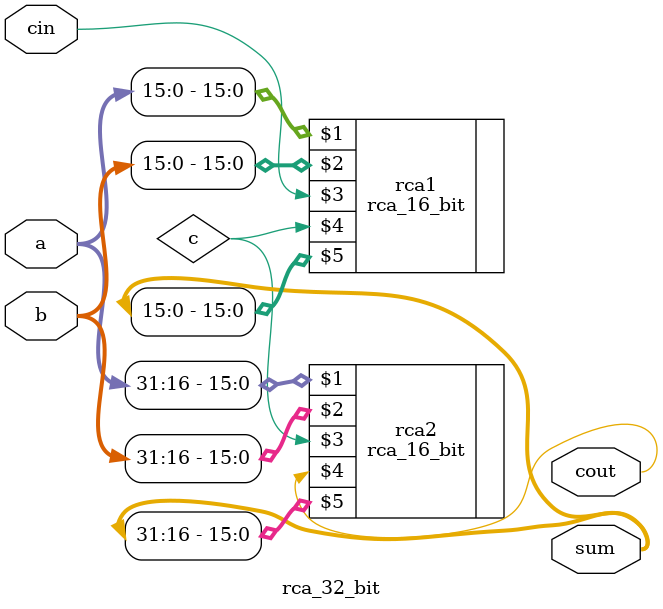
<source format=v>
`timescale 1ns / 1ps
module rca_32_bit(a, b, cin, cout, sum);
    input[31:0] a, b;
    input cin;
    output[31:0] sum;
    output cout;
    wire c;
    rca_16_bit rca1(a[15:0], b[15:0], cin, c, sum[15:0]);
    rca_16_bit rca2(a[31:16], b[31:16], c, cout, sum[31:16]);
endmodule

</source>
